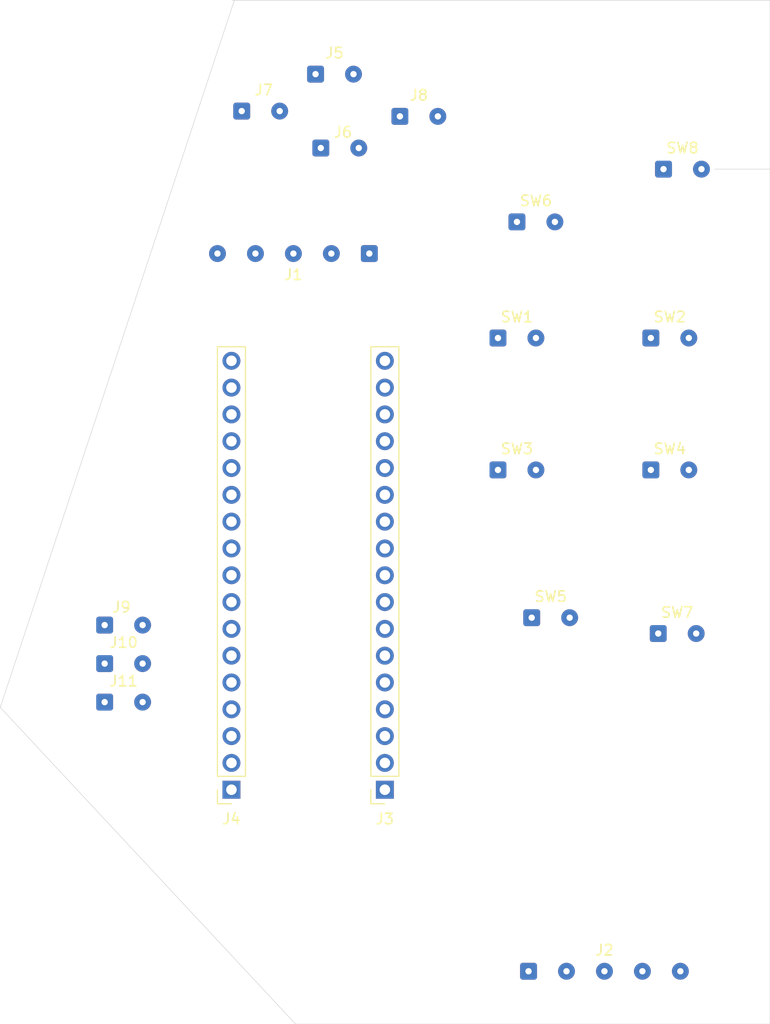
<source format=kicad_pcb>
(kicad_pcb (version 20240108) (generator "pcbnew") (generator_version "8.0")
  (layers (0 "F.Cu" signal) (31 "B.Cu" signal) (34 "B.Paste" user) (35 "F.Paste" user) (36 "B.SilkS" user "B.Silkscreen") (37 "F.SilkS" user "F.Silkscreen") (38 "B.Mask" user) (39 "F.Mask" user) (44 "Edge.Cuts" user))
  (net 0 "")
  (net 1 "/D8")
  (net 2 "/VCC")
  (net 3 "/A0")
  (net 4 "/GND")
  (net 5 "/A1")
  (net 6 "/D16")
  (net 7 "/D6")
  (net 8 "/D7")
  (net 9 "/SS")
  (net 10 "/D11")
  (net 11 "/D10")
  (net 12 "/TX")
  (net 13 "/RST")
  (net 14 "/RX")
  (net 15 "/D5")
  (net 16 "/D2")
  (net 17 "/D3")
  (net 18 "/D12")
  (net 19 "/D9")
  (net 20 "/D4")
  (net 21 "/3V")
  (net 22 "/SCK")
  (net 23 "/A2")
  (net 24 "/NC")
  (net 25 "/D13")
  (net 26 "/VIN")
  (net 27 "/A3")
  (net 28 "/MI")
  (net 29 "/A5")
  (net 30 "/A4")
  (net 31 "/5V")
  (net 32 "/REF")
  (net 33 "/D0")
  (net 34 "/D17")
  (net 35 "/D1")
  (net 36 "/D09")
  (footprint "Connector_PinSocket_2.54mm:PinSocket_1x17_P2.54mm_Vertical" (layer "F.Cu") (at 149.975 121.3 180)
    (property "Reference" "J3" (at 0 -2.77 180) (layer "F.SilkS"))
    (property "Value" "Conn_01x17_Pin")
    (fp_line (start 1.33 1.27) (end 1.33 41.97) (stroke (width 0.12)) (layer "F.SilkS"))
    (fp_line (start 1.33 -1.33) (end 1.33 0) (stroke (width 0.12)) (layer "F.SilkS"))
    (fp_line (start 0 -1.33) (end 1.33 -1.33) (stroke (width 0.12)) (layer "F.SilkS"))
    (fp_line (start -1.33 41.97) (end 1.33 41.97) (stroke (width 0.12)) (layer "F.SilkS"))
    (fp_line (start -1.33 1.27) (end 1.33 1.27) (stroke (width 0.12)) (layer "F.SilkS"))
    (fp_line (start -1.33 1.27) (end -1.33 41.97) (stroke (width 0.12)) (layer "F.SilkS"))
    (pad "1" thru_hole rect (at 0 0 180) (size 1.7 1.7) (drill 1) (layers "*.Cu" "*.Mask") (net 18 "/D12"))
    (pad "2" thru_hole oval (at 0 2.54 180) (size 1.7 1.7) (drill 1) (layers "*.Cu" "*.Mask") (net 10 "/D11"))
    (pad "3" thru_hole oval (at 0 5.08 180) (size 1.7 1.7) (drill 1) (layers "*.Cu" "*.Mask") (net 11 "/D10"))
    (pad "4" thru_hole oval (at 0 7.62 180) (size 1.7 1.7) (drill 1) (layers "*.Cu" "*.Mask") (net 19 "/D9"))
    (pad "5" thru_hole oval (at 0 10.16 180) (size 1.7 1.7) (drill 1) (layers "*.Cu" "*.Mask") (net 1 "/D8"))
    (pad "6" thru_hole oval (at 0 12.7 180) (size 1.7 1.7) (drill 1) (layers "*.Cu" "*.Mask") (net 8 "/D7"))
    (pad "7" thru_hole oval (at 0 15.24 180) (size 1.7 1.7) (drill 1) (layers "*.Cu" "*.Mask") (net 7 "/D6"))
    (pad "8" thru_hole oval (at 0 17.78 180) (size 1.7 1.7) (drill 1) (layers "*.Cu" "*.Mask") (net 15 "/D5"))
    (pad "9" thru_hole oval (at 0 20.32 180) (size 1.7 1.7) (drill 1) (layers "*.Cu" "*.Mask") (net 20 "/D4"))
    (pad "10" thru_hole oval (at 0 22.86 180) (size 1.7 1.7) (drill 1) (layers "*.Cu" "*.Mask") (net 17 "/D3"))
    (pad "11" thru_hole oval (at 0 25.4 180) (size 1.7 1.7) (drill 1) (layers "*.Cu" "*.Mask") (net 16 "/D2"))
    (pad "12" thru_hole oval (at 0 27.94 180) (size 1.7 1.7) (drill 1) (layers "*.Cu" "*.Mask") (net 4 "/GND"))
    (pad "13" thru_hole oval (at 0 30.48 180) (size 1.7 1.7) (drill 1) (layers "*.Cu" "*.Mask") (net 13 "/RST"))
    (pad "14" thru_hole oval (at 0 33.02 180) (size 1.7 1.7) (drill 1) (layers "*.Cu" "*.Mask") (net 14 "/RX"))
    (pad "15" thru_hole oval (at 0 35.56 180) (size 1.7 1.7) (drill 1) (layers "*.Cu" "*.Mask") (net 12 "/TX"))
    (pad "16" thru_hole oval (at 0 38.1 180) (size 1.7 1.7) (drill 1) (layers "*.Cu" "*.Mask") (net 9 "/SS"))
    (pad "17" thru_hole oval (at 0 40.64 180) (size 1.7 1.7) (drill 1) (layers "*.Cu" "*.Mask") (net 6 "/D16"))
  )
  (footprint "Connector_Wire:SolderWire-0.1sqmm_1x02_P3.6mm_D0.4mm_OD1mm" (layer "F.Cu") (at 123.4 109.35)
    (property "Reference" "J10" (at 1.8 -2 0) (layer "F.SilkS"))
    (property "Value" "Home_Button")
    (pad "1" thru_hole roundrect (at 0 0) (size 1.6 1.6) (drill 0.6) (layers "*.Cu" "*.Mask") (roundrect_rratio 0.15625) (net 15 "/D5"))
    (pad "2" thru_hole circle (at 3.6 0) (size 1.6 1.6) (drill 0.6) (layers "*.Cu" "*.Mask") (net 4 "/GND"))
  )
  (footprint "Connector_Wire:SolderWire-0.1sqmm_1x02_P3.6mm_D0.4mm_OD1mm" (layer "F.Cu") (at 175.9 106.5)
    (property "Reference" "SW7" (at 1.8 -2 0) (layer "F.SilkS"))
    (property "Value" "Right_Bumper")
    (pad "1" thru_hole roundrect (at 0 0) (size 1.6 1.6) (drill 0.6) (layers "*.Cu" "*.Mask") (roundrect_rratio 0.15625) (net 16 "/D2"))
    (pad "2" thru_hole circle (at 3.6 0) (size 1.6 1.6) (drill 0.6) (layers "*.Cu" "*.Mask") (net 4 "/GND"))
  )
  (footprint "Connector_Wire:SolderWire-0.1sqmm_1x02_P3.6mm_D0.4mm_OD1mm" (layer "F.Cu") (at 136.4 57)
    (property "Reference" "J7" (at 2.1 -2 0) (layer "F.SilkS"))
    (property "Value" "D_Pad_LEFT")
    (pad "1" thru_hole roundrect (at 0 0) (size 1.6 1.6) (drill 0.6) (layers "*.Cu" "*.Mask") (roundrect_rratio 0.15625) (net 11 "/D10"))
    (pad "2" thru_hole circle (at 3.6 0) (size 1.6 1.6) (drill 0.6) (layers "*.Cu" "*.Mask") (net 4 "/GND"))
  )
  (footprint "Connector_Wire:SolderWire-0.1sqmm_1x02_P3.6mm_D0.4mm_OD1mm" (layer "F.Cu") (at 176.4 62.5)
    (property "Reference" "SW8" (at 1.8 -2 0) (layer "F.SilkS"))
    (property "Value" "Right_Trigger")
    (pad "1" thru_hole roundrect (at 0 0) (size 1.6 1.6) (drill 0.6) (layers "*.Cu" "*.Mask") (roundrect_rratio 0.15625) (net 29 "/A5"))
    (pad "2" thru_hole circle (at 3.6 0) (size 1.6 1.6) (drill 0.6) (layers "*.Cu" "*.Mask") (net 4 "/GND"))
  )
  (footprint "Connector_Wire:SolderWire-0.1sqmm_1x02_P3.6mm_D0.4mm_OD1mm" (layer "F.Cu") (at 163.9 105)
    (property "Reference" "SW5" (at 1.8 -2 0) (layer "F.SilkS"))
    (property "Value" "Left_Bumper")
    (pad "1" thru_hole roundrect (at 0 0) (size 1.6 1.6) (drill 0.6) (layers "*.Cu" "*.Mask") (roundrect_rratio 0.15625) (net 17 "/D3"))
    (pad "2" thru_hole circle (at 3.6 0) (size 1.6 1.6) (drill 0.6) (layers "*.Cu" "*.Mask") (net 4 "/GND"))
  )
  (footprint "Connector_Wire:SolderWire-0.1sqmm_1x02_P3.6mm_D0.4mm_OD1mm" (layer "F.Cu") (at 143.4 53.5)
    (property "Reference" "J5" (at 1.8 -2 0) (layer "F.SilkS"))
    (property "Value" "D_Pad_UP")
    (pad "1" thru_hole roundrect (at 0 0) (size 1.6 1.6) (drill 0.6) (layers "*.Cu" "*.Mask") (roundrect_rratio 0.15625) (net 18 "/D12"))
    (pad "2" thru_hole circle (at 3.6 0) (size 1.6 1.6) (drill 0.6) (layers "*.Cu" "*.Mask") (net 4 "/GND"))
  )
  (footprint "Connector_Wire:SolderWire-0.1sqmm_1x02_P3.6mm_D0.4mm_OD1mm" (layer "F.Cu") (at 143.9 60.5)
    (property "Reference" "J6" (at 2.1 -1.5 0) (layer "F.SilkS"))
    (property "Value" "D_Pad_DOWN")
    (pad "1" thru_hole roundrect (at 0 0) (size 1.6 1.6) (drill 0.6) (layers "*.Cu" "*.Mask") (roundrect_rratio 0.15625) (net 10 "/D11"))
    (pad "2" thru_hole circle (at 3.6 0) (size 1.6 1.6) (drill 0.6) (layers "*.Cu" "*.Mask") (net 4 "/GND"))
  )
  (footprint "Connector_Wire:SolderWire-0.1sqmm_1x02_P3.6mm_D0.4mm_OD1mm" (layer "F.Cu") (at 160.7 91)
    (property "Reference" "SW3" (at 1.8 -2 0) (layer "F.SilkS"))
    (property "Value" "Y_Button")
    (pad "1" thru_hole roundrect (at 0 0) (size 1.6 1.6) (drill 0.6) (layers "*.Cu" "*.Mask") (roundrect_rratio 0.15625) (net 35 "/D1"))
    (pad "2" thru_hole circle (at 3.6 0) (size 1.6 1.6) (drill 0.6) (layers "*.Cu" "*.Mask") (net 4 "/GND"))
  )
  (footprint "Connector_Wire:SolderWire-0.1sqmm_1x05_P3.6mm_D0.4mm_OD1mm" (layer "F.Cu") (at 148.5 70.5 180)
    (property "Reference" "J1" (at 7.2 -2 180) (layer "F.SilkS"))
    (property "Value" "Joystick_F_TH")
    (pad "1" thru_hole roundrect (at 0 0 180) (size 1.6 1.6) (drill 0.6) (layers "*.Cu" "*.Mask") (roundrect_rratio 0.15625) (net 2 "/VCC"))
    (pad "2" thru_hole circle (at 3.6 0 180) (size 1.6 1.6) (drill 0.6) (layers "*.Cu" "*.Mask") (net 3 "/A0"))
    (pad "3" thru_hole circle (at 7.2 0 180) (size 1.6 1.6) (drill 0.6) (layers "*.Cu" "*.Mask") (net 1 "/D8"))
    (pad "4" thru_hole circle (at 10.8 0 180) (size 1.6 1.6) (drill 0.6) (layers "*.Cu" "*.Mask") (net 5 "/A1"))
    (pad "5" thru_hole circle (at 14.4 0 180) (size 1.6 1.6) (drill 0.6) (layers "*.Cu" "*.Mask") (net 4 "/GND"))
  )
  (footprint "Connector_Wire:SolderWire-0.1sqmm_1x02_P3.6mm_D0.4mm_OD1mm" (layer "F.Cu") (at 160.7 78.5)
    (property "Reference" "SW1" (at 1.8 -2 0) (layer "F.SilkS"))
    (property "Value" "A_Button")
    (pad "1" thru_hole roundrect (at 0 0) (size 1.6 1.6) (drill 0.6) (layers "*.Cu" "*.Mask") (roundrect_rratio 0.15625) (net 33 "/D0"))
    (pad "2" thru_hole circle (at 3.6 0) (size 1.6 1.6) (drill 0.6) (layers "*.Cu" "*.Mask") (net 4 "/GND"))
  )
  (footprint "Connector_Wire:SolderWire-0.1sqmm_1x02_P3.6mm_D0.4mm_OD1mm" (layer "F.Cu") (at 175.2 78.5)
    (property "Reference" "SW2" (at 1.8 -2 0) (layer "F.SilkS"))
    (property "Value" "B_Button")
    (pad "1" thru_hole roundrect (at 0 0) (size 1.6 1.6) (drill 0.6) (layers "*.Cu" "*.Mask") (roundrect_rratio 0.15625) (net 34 "/D17"))
    (pad "2" thru_hole circle (at 3.6 0) (size 1.6 1.6) (drill 0.6) (layers "*.Cu" "*.Mask") (net 4 "/GND"))
  )
  (footprint "Connector_Wire:SolderWire-0.1sqmm_1x02_P3.6mm_D0.4mm_OD1mm" (layer "F.Cu") (at 123.4 113)
    (property "Reference" "J11" (at 1.8 -2 0) (layer "F.SilkS"))
    (property "Value" "Select_BUtton")
    (pad "1" thru_hole roundrect (at 0 0) (size 1.6 1.6) (drill 0.6) (layers "*.Cu" "*.Mask") (roundrect_rratio 0.15625) (net 20 "/D4"))
    (pad "2" thru_hole circle (at 3.6 0) (size 1.6 1.6) (drill 0.6) (layers "*.Cu" "*.Mask") (net 4 "/GND"))
  )
  (footprint "Connector_Wire:SolderWire-0.1sqmm_1x02_P3.6mm_D0.4mm_OD1mm" (layer "F.Cu") (at 123.4 105.7)
    (property "Reference" "J9" (at 1.6 -1.7 0) (layer "F.SilkS"))
    (property "Value" "Start_Button")
    (pad "1" thru_hole roundrect (at 0 0) (size 1.6 1.6) (drill 0.6) (layers "*.Cu" "*.Mask") (roundrect_rratio 0.15625) (net 7 "/D6"))
    (pad "2" thru_hole circle (at 3.6 0) (size 1.6 1.6) (drill 0.6) (layers "*.Cu" "*.Mask") (net 4 "/GND"))
  )
  (footprint "Connector_Wire:SolderWire-0.1sqmm_1x02_P3.6mm_D0.4mm_OD1mm" (layer "F.Cu") (at 151.4 57.5)
    (property "Reference" "J8" (at 1.8 -2 0) (layer "F.SilkS"))
    (property "Value" "D_Pad_RIGHT")
    (pad "1" thru_hole roundrect (at 0 0) (size 1.6 1.6) (drill 0.6) (layers "*.Cu" "*.Mask") (roundrect_rratio 0.15625) (net 36 "/D09"))
    (pad "2" thru_hole circle (at 3.6 0) (size 1.6 1.6) (drill 0.6) (layers "*.Cu" "*.Mask") (net 4 "/GND"))
  )
  (footprint "Connector_Wire:SolderWire-0.1sqmm_1x05_P3.6mm_D0.4mm_OD1mm" (layer "F.Cu") (at 163.6 138.5)
    (property "Reference" "J2" (at 7.2 -2 0) (layer "F.SilkS"))
    (property "Value" "Joystick_B_TH")
    (pad "1" thru_hole roundrect (at 0 0) (size 1.6 1.6) (drill 0.6) (layers "*.Cu" "*.Mask") (roundrect_rratio 0.15625) (net 2 "/VCC"))
    (pad "2" thru_hole circle (at 3.6 0) (size 1.6 1.6) (drill 0.6) (layers "*.Cu" "*.Mask") (net 23 "/A2"))
    (pad "3" thru_hole circle (at 7.2 0) (size 1.6 1.6) (drill 0.6) (layers "*.Cu" "*.Mask") (net 8 "/D7"))
    (pad "4" thru_hole circle (at 10.8 0) (size 1.6 1.6) (drill 0.6) (layers "*.Cu" "*.Mask") (net 27 "/A3"))
    (pad "5" thru_hole circle (at 14.4 0) (size 1.6 1.6) (drill 0.6) (layers "*.Cu" "*.Mask") (net 4 "/GND"))
  )
  (footprint "Connector_Wire:SolderWire-0.1sqmm_1x02_P3.6mm_D0.4mm_OD1mm" (layer "F.Cu") (at 175.2 91)
    (property "Reference" "SW4" (at 1.8 -2 0) (layer "F.SilkS"))
    (property "Value" "X_Button")
    (pad "1" thru_hole roundrect (at 0 0) (size 1.6 1.6) (drill 0.6) (layers "*.Cu" "*.Mask") (roundrect_rratio 0.15625) (net 6 "/D16"))
    (pad "2" thru_hole circle (at 3.6 0) (size 1.6 1.6) (drill 0.6) (layers "*.Cu" "*.Mask") (net 4 "/GND"))
  )
  (footprint "Connector_Wire:SolderWire-0.1sqmm_1x02_P3.6mm_D0.4mm_OD1mm" (layer "F.Cu") (at 162.5 67.5)
    (property "Reference" "SW6" (at 1.8 -2 0) (layer "F.SilkS"))
    (property "Value" "Left_Trigger")
    (pad "1" thru_hole roundrect (at 0 0) (size 1.6 1.6) (drill 0.6) (layers "*.Cu" "*.Mask") (roundrect_rratio 0.15625) (net 30 "/A4"))
    (pad "2" thru_hole circle (at 3.6 0) (size 1.6 1.6) (drill 0.6) (layers "*.Cu" "*.Mask") (net 4 "/GND"))
  )
  (footprint "Connector_PinSocket_2.54mm:PinSocket_1x17_P2.54mm_Vertical" (layer "F.Cu") (at 135.425 121.3 180)
    (property "Reference" "J4" (at 0 -2.77 180) (layer "F.SilkS"))
    (property "Value" "Conn_01x17_Pin")
    (fp_line (start 1.33 1.27) (end 1.33 41.97) (stroke (width 0.12)) (layer "F.SilkS"))
    (fp_line (start 1.33 -1.33) (end 1.33 0) (stroke (width 0.12)) (layer "F.SilkS"))
    (fp_line (start 0 -1.33) (end 1.33 -1.33) (stroke (width 0.12)) (layer "F.SilkS"))
    (fp_line (start -1.33 41.97) (end 1.33 41.97) (stroke (width 0.12)) (layer "F.SilkS"))
    (fp_line (start -1.33 1.27) (end 1.33 1.27) (stroke (width 0.12)) (layer "F.SilkS"))
    (fp_line (start -1.33 1.27) (end -1.33 41.97) (stroke (width 0.12)) (layer "F.SilkS"))
    (pad "1" thru_hole rect (at 0 0 180) (size 1.7 1.7) (drill 1) (layers "*.Cu" "*.Mask") (net 22 "/SCK"))
    (pad "2" thru_hole oval (at 0 2.54 180) (size 1.7 1.7) (drill 1) (layers "*.Cu" "*.Mask") (net 28 "/MI"))
    (pad "3" thru_hole oval (at 0 5.08 180) (size 1.7 1.7) (drill 1) (layers "*.Cu" "*.Mask") (net 26 "/VIN"))
    (pad "4" thru_hole oval (at 0 7.62 180) (size 1.7 1.7) (drill 1) (layers "*.Cu" "*.Mask") (net 4 "/GND"))
    (pad "5" thru_hole oval (at 0 10.16 180) (size 1.7 1.7) (drill 1) (layers "*.Cu" "*.Mask") (net 13 "/RST"))
    (pad "6" thru_hole oval (at 0 12.7 180) (size 1.7 1.7) (drill 1) (layers "*.Cu" "*.Mask") (net 31 "/5V"))
    (pad "7" thru_hole oval (at 0 15.24 180) (size 1.7 1.7) (drill 1) (layers "*.Cu" "*.Mask") (net 24 "/NC"))
    (pad "8" thru_hole oval (at 0 17.78 180) (size 1.7 1.7) (drill 1) (layers "*.Cu" "*.Mask") (net 24 "/NC"))
    (pad "9" thru_hole oval (at 0 20.32 180) (size 1.7 1.7) (drill 1) (layers "*.Cu" "*.Mask") (net 29 "/A5"))
    (pad "10" thru_hole oval (at 0 22.86 180) (size 1.7 1.7) (drill 1) (layers "*.Cu" "*.Mask") (net 30 "/A4"))
    (pad "11" thru_hole oval (at 0 25.4 180) (size 1.7 1.7) (drill 1) (layers "*.Cu" "*.Mask") (net 27 "/A3"))
    (pad "12" thru_hole oval (at 0 27.94 180) (size 1.7 1.7) (drill 1) (layers "*.Cu" "*.Mask") (net 23 "/A2"))
    (pad "13" thru_hole oval (at 0 30.48 180) (size 1.7 1.7) (drill 1) (layers "*.Cu" "*.Mask") (net 5 "/A1"))
    (pad "14" thru_hole oval (at 0 33.02 180) (size 1.7 1.7) (drill 1) (layers "*.Cu" "*.Mask") (net 3 "/A0"))
    (pad "15" thru_hole oval (at 0 35.56 180) (size 1.7 1.7) (drill 1) (layers "*.Cu" "*.Mask") (net 32 "/REF"))
    (pad "16" thru_hole oval (at 0 38.1 180) (size 1.7 1.7) (drill 1) (layers "*.Cu" "*.Mask") (net 21 "/3V"))
    (pad "17" thru_hole oval (at 0 40.64 180) (size 1.7 1.7) (drill 1) (layers "*.Cu" "*.Mask") (net 25 "/D13"))
  )
  (gr_line (start 186.5 46.5) (end 186.5 113.5) (stroke (width 0.05)) (layer "Edge.Cuts"))
  (gr_line (start 186.5 143.5) (end 141.5 143.5) (stroke (width 0.05)) (layer "Edge.Cuts"))
  (gr_line (start 135.7 46.5) (end 113.5 113.5) (stroke (width 0.05)) (layer "Edge.Cuts"))
  (gr_line (start 186.5 62.5) (end 181.23 62.5) (stroke (width 0.05)) (layer "Edge.Cuts"))
  (gr_line (start 186.5 113.5) (end 186.5 143.5) (stroke (width 0.05)) (layer "Edge.Cuts"))
  (gr_line (start 135.5 46.5) (end 186.5 46.5) (stroke (width 0.05)) (layer "Edge.Cuts"))
  (gr_line (start 113.5 113.5) (end 141.5 143.5) (stroke (width 0.05)) (layer "Edge.Cuts"))
)
</source>
